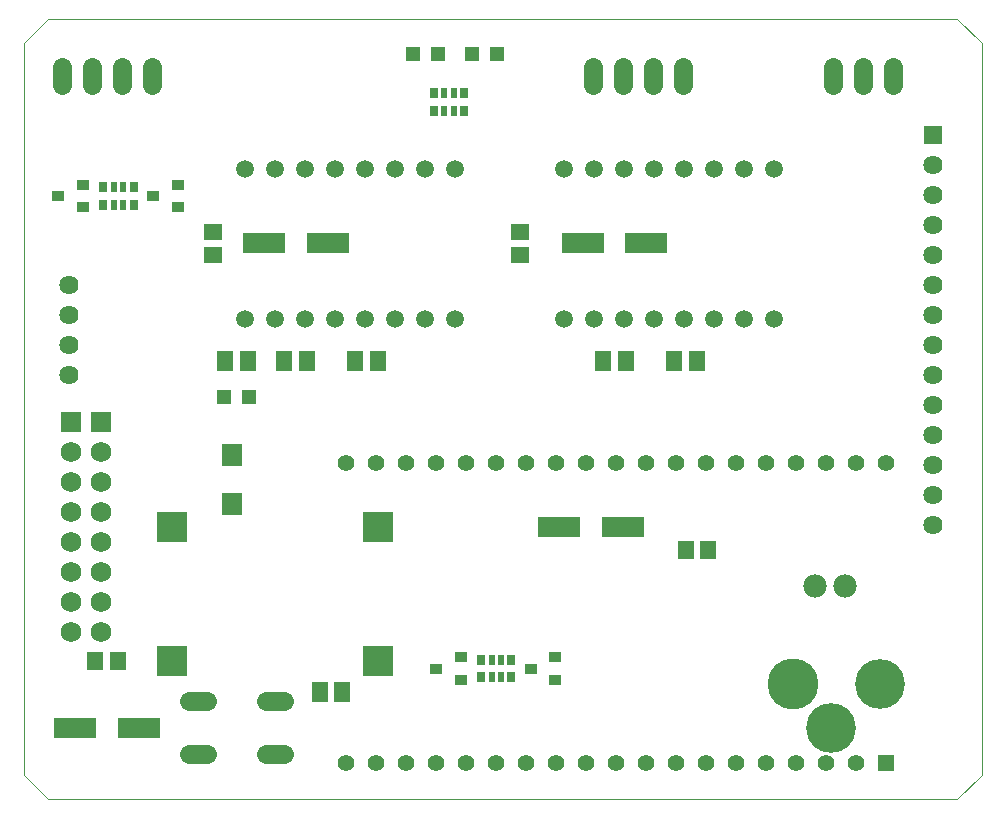
<source format=gts>
G75*
%MOIN*%
%OFA0B0*%
%FSLAX25Y25*%
%IPPOS*%
%LPD*%
%AMOC8*
5,1,8,0,0,1.08239X$1,22.5*
%
%ADD10C,0.00000*%
%ADD11C,0.06400*%
%ADD12R,0.06400X0.06400*%
%ADD13R,0.05550X0.05550*%
%ADD14C,0.05550*%
%ADD15C,0.05943*%
%ADD16R,0.05124X0.05124*%
%ADD17R,0.05518X0.06699*%
%ADD18R,0.06306X0.05518*%
%ADD19R,0.14180X0.06699*%
%ADD20C,0.16998*%
%ADD21C,0.16600*%
%ADD22C,0.07800*%
%ADD23R,0.05518X0.06306*%
%ADD24R,0.10400X0.10400*%
%ADD25C,0.06337*%
%ADD26C,0.06400*%
%ADD27R,0.07093X0.07487*%
%ADD28R,0.03943X0.03550*%
%ADD29R,0.02762X0.03550*%
%ADD30R,0.02369X0.03550*%
%ADD31R,0.06900X0.06900*%
%ADD32C,0.06900*%
D10*
X0001000Y0008874D02*
X0001000Y0252969D01*
X0008874Y0260843D01*
X0312024Y0260843D01*
X0320409Y0252969D01*
X0320409Y0008874D01*
X0312024Y0001000D01*
X0008874Y0001000D01*
X0001000Y0008874D01*
D11*
X0016039Y0142063D03*
X0016039Y0152063D03*
X0016039Y0162063D03*
X0016039Y0172063D03*
X0304150Y0172063D03*
X0304150Y0182063D03*
X0304150Y0192063D03*
X0304150Y0202063D03*
X0304150Y0212063D03*
X0304150Y0162063D03*
X0304150Y0152063D03*
X0304150Y0142063D03*
X0304150Y0132063D03*
X0304150Y0122063D03*
X0304150Y0112063D03*
X0304150Y0102063D03*
X0304150Y0092063D03*
D12*
X0304150Y0222063D03*
D13*
X0288402Y0012811D03*
D14*
X0278402Y0012811D03*
X0268402Y0012811D03*
X0258402Y0012811D03*
X0248402Y0012811D03*
X0238402Y0012811D03*
X0228402Y0012811D03*
X0218402Y0012811D03*
X0208402Y0012811D03*
X0198402Y0012811D03*
X0188402Y0012811D03*
X0178402Y0012811D03*
X0168402Y0012811D03*
X0158402Y0012811D03*
X0148402Y0012811D03*
X0138402Y0012811D03*
X0128402Y0012811D03*
X0118402Y0012811D03*
X0108402Y0012811D03*
X0108402Y0112811D03*
X0118402Y0112811D03*
X0128402Y0112811D03*
X0138402Y0112811D03*
X0148402Y0112811D03*
X0158402Y0112811D03*
X0168402Y0112811D03*
X0178402Y0112811D03*
X0188402Y0112811D03*
X0198402Y0112811D03*
X0208402Y0112811D03*
X0218402Y0112811D03*
X0228402Y0112811D03*
X0238402Y0112811D03*
X0248402Y0112811D03*
X0258402Y0112811D03*
X0268402Y0112811D03*
X0278402Y0112811D03*
X0288402Y0112811D03*
D15*
X0251039Y0160724D03*
X0241039Y0160724D03*
X0231039Y0160724D03*
X0221039Y0160724D03*
X0211039Y0160724D03*
X0201039Y0160724D03*
X0191039Y0160724D03*
X0181039Y0160724D03*
X0144740Y0160724D03*
X0134740Y0160724D03*
X0124740Y0160724D03*
X0114740Y0160724D03*
X0104740Y0160724D03*
X0094740Y0160724D03*
X0084740Y0160724D03*
X0074740Y0160724D03*
X0074740Y0210724D03*
X0084740Y0210724D03*
X0094740Y0210724D03*
X0104740Y0210724D03*
X0114740Y0210724D03*
X0124740Y0210724D03*
X0134740Y0210724D03*
X0144740Y0210724D03*
X0181039Y0210724D03*
X0191039Y0210724D03*
X0201039Y0210724D03*
X0211039Y0210724D03*
X0221039Y0210724D03*
X0231039Y0210724D03*
X0241039Y0210724D03*
X0251039Y0210724D03*
D16*
X0158677Y0249031D03*
X0150409Y0249031D03*
X0138992Y0249031D03*
X0130724Y0249031D03*
X0076000Y0134858D03*
X0067732Y0134858D03*
D17*
X0068126Y0146669D03*
X0075606Y0146669D03*
X0087811Y0146669D03*
X0095291Y0146669D03*
X0111433Y0146669D03*
X0118913Y0146669D03*
X0194110Y0146669D03*
X0201591Y0146669D03*
X0217732Y0146669D03*
X0225213Y0146669D03*
X0107102Y0036433D03*
X0099622Y0036433D03*
D18*
X0063992Y0182299D03*
X0063992Y0189780D03*
X0166354Y0189780D03*
X0166354Y0182299D03*
D19*
X0187220Y0186039D03*
X0208480Y0186039D03*
X0200606Y0091551D03*
X0179346Y0091551D03*
X0102181Y0186039D03*
X0080921Y0186039D03*
X0039189Y0024622D03*
X0017929Y0024622D03*
D20*
X0257387Y0039189D03*
D21*
X0269898Y0024380D03*
X0286209Y0039089D03*
D22*
X0274780Y0071866D03*
X0264780Y0071866D03*
D23*
X0229150Y0083677D03*
X0221669Y0083677D03*
X0032299Y0046669D03*
X0024819Y0046669D03*
D24*
X0050213Y0046669D03*
X0050213Y0091551D03*
X0119110Y0091551D03*
X0119110Y0046669D03*
D25*
X0087630Y0033480D02*
X0081693Y0033480D01*
X0081693Y0015764D02*
X0087630Y0015764D01*
X0062039Y0015764D02*
X0056102Y0015764D01*
X0056102Y0033480D02*
X0062039Y0033480D01*
D26*
X0043559Y0238906D02*
X0043559Y0244906D01*
X0033559Y0244906D02*
X0033559Y0238906D01*
X0023559Y0238906D02*
X0023559Y0244906D01*
X0013559Y0244906D02*
X0013559Y0238906D01*
X0190724Y0238906D02*
X0190724Y0244906D01*
X0200724Y0244906D02*
X0200724Y0238906D01*
X0210724Y0238906D02*
X0210724Y0244906D01*
X0220724Y0244906D02*
X0220724Y0238906D01*
X0270528Y0238906D02*
X0270528Y0244906D01*
X0280528Y0244906D02*
X0280528Y0238906D01*
X0290528Y0238906D02*
X0290528Y0244906D01*
D27*
X0070291Y0115370D03*
X0070291Y0099228D03*
D28*
X0138402Y0044307D03*
X0146669Y0040567D03*
X0146669Y0048047D03*
X0169898Y0044307D03*
X0178165Y0040567D03*
X0178165Y0048047D03*
X0052181Y0198047D03*
X0052181Y0205528D03*
X0043913Y0201787D03*
X0020685Y0198047D03*
X0020685Y0205528D03*
X0012417Y0201787D03*
D29*
X0027476Y0198835D03*
X0027476Y0204740D03*
X0037516Y0204740D03*
X0037516Y0198835D03*
X0137713Y0230331D03*
X0137713Y0236236D03*
X0147752Y0236236D03*
X0147752Y0230331D03*
X0153461Y0047260D03*
X0153461Y0041354D03*
X0163500Y0041354D03*
X0163500Y0047260D03*
D30*
X0160055Y0047260D03*
X0156906Y0047260D03*
X0156906Y0041354D03*
X0160055Y0041354D03*
X0034071Y0198835D03*
X0030921Y0198835D03*
X0030921Y0204740D03*
X0034071Y0204740D03*
X0141157Y0230331D03*
X0144307Y0230331D03*
X0144307Y0236236D03*
X0141157Y0236236D03*
D31*
X0026748Y0126551D03*
X0016748Y0126551D03*
D32*
X0016748Y0116551D03*
X0016748Y0106551D03*
X0016748Y0096551D03*
X0026748Y0096551D03*
X0026748Y0106551D03*
X0026748Y0116551D03*
X0026748Y0086551D03*
X0026748Y0076551D03*
X0026748Y0066551D03*
X0026748Y0056551D03*
X0016748Y0056551D03*
X0016748Y0066551D03*
X0016748Y0076551D03*
X0016748Y0086551D03*
M02*

</source>
